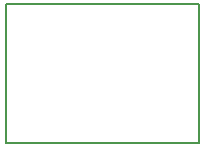
<source format=gm1>
G04 MADE WITH FRITZING*
G04 WWW.FRITZING.ORG*
G04 DOUBLE SIDED*
G04 HOLES PLATED*
G04 CONTOUR ON CENTER OF CONTOUR VECTOR*
%ASAXBY*%
%FSLAX23Y23*%
%MOIN*%
%OFA0B0*%
%SFA1.0B1.0*%
%ADD10R,0.649606X0.472441*%
%ADD11C,0.008000*%
%ADD10C,0.008*%
%LNCONTOUR*%
G90*
G70*
G54D10*
G54D11*
X4Y468D02*
X646Y468D01*
X646Y4D01*
X4Y4D01*
X4Y468D01*
D02*
G04 End of contour*
M02*
</source>
